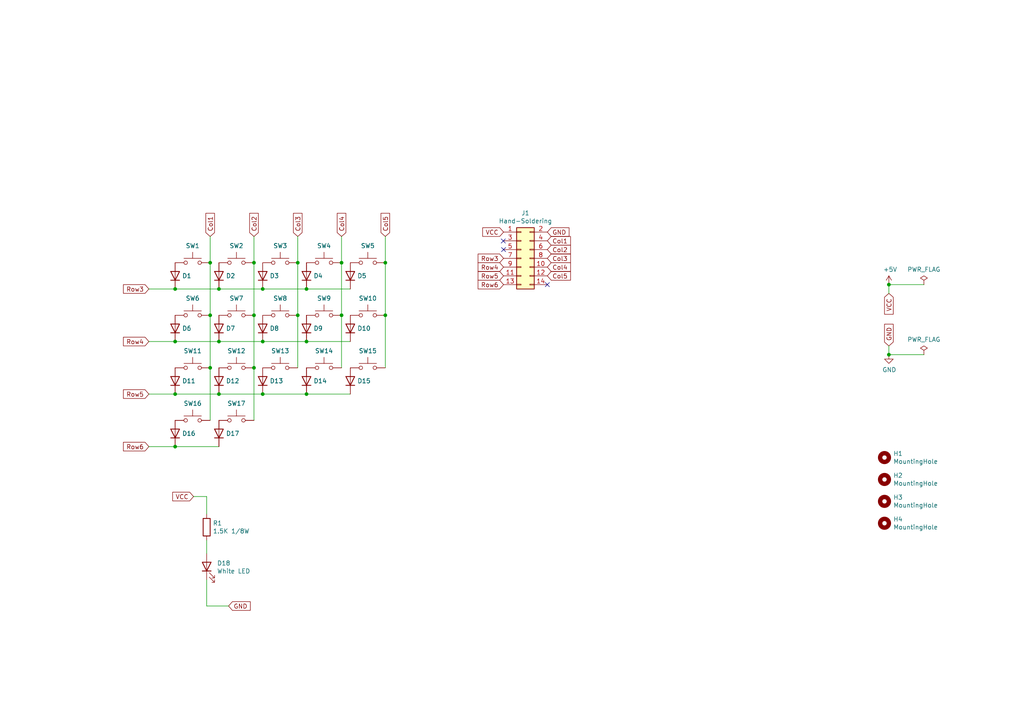
<source format=kicad_sch>
(kicad_sch (version 20211123) (generator eeschema)
  (paper "A4")
  (title_block (title "Pragmatic Input Module") (date "2021-11-20") (rev "v0.2") (company "Designed by James Sa"))
  (lib_symbols
    (symbol "Connector_Generic:Conn_02x07_Odd_Even" (pin_names (offset 1.016) hide)
      (property "Reference" "J" (at 1.27 10.16 0))
      (property "Value" "Conn_02x07_Odd_Even" (at 1.27 -10.16 0))
      (symbol "Conn_02x07_Odd_Even_1_1"
        (rectangle (start -1.27 -7.493) (end 0 -7.747) (stroke (width 0.1524)))
        (rectangle (start -1.27 -4.953) (end 0 -5.207) (stroke (width 0.1524)))
        (rectangle (start -1.27 -2.413) (end 0 -2.667) (stroke (width 0.1524)))
        (rectangle (start -1.27 0.127) (end 0 -0.127) (stroke (width 0.1524)))
        (rectangle (start -1.27 2.667) (end 0 2.413) (stroke (width 0.1524)))
        (rectangle (start -1.27 5.207) (end 0 4.953) (stroke (width 0.1524)))
        (rectangle (start -1.27 7.747) (end 0 7.493) (stroke (width 0.1524)))
        (rectangle (start -1.27 8.89) (end 3.81 -8.89) (stroke (width 0.254)) (fill (type background)))
        (rectangle (start 3.81 -7.493) (end 2.54 -7.747) (stroke (width 0.1524)))
        (rectangle (start 3.81 -4.953) (end 2.54 -5.207) (stroke (width 0.1524)))
        (rectangle (start 3.81 -2.413) (end 2.54 -2.667) (stroke (width 0.1524)))
        (rectangle (start 3.81 0.127) (end 2.54 -0.127) (stroke (width 0.1524)))
        (rectangle (start 3.81 2.667) (end 2.54 2.413) (stroke (width 0.1524)))
        (rectangle (start 3.81 5.207) (end 2.54 4.953) (stroke (width 0.1524)))
        (rectangle (start 3.81 7.747) (end 2.54 7.493) (stroke (width 0.1524)))
        (pin passive line (at -5.08 7.62 0) (length 3.81) (name "Pin_1") (number "1"))
        (pin passive line (at 7.62 -2.54 180) (length 3.81) (name "Pin_10") (number "10"))
        (pin passive line (at -5.08 -5.08 0) (length 3.81) (name "Pin_11") (number "11"))
        (pin passive line (at 7.62 -5.08 180) (length 3.81) (name "Pin_12") (number "12"))
        (pin passive line (at -5.08 -7.62 0) (length 3.81) (name "Pin_13") (number "13"))
        (pin passive line (at 7.62 -7.62 180) (length 3.81) (name "Pin_14") (number "14"))
        (pin passive line (at 7.62 7.62 180) (length 3.81) (name "Pin_2") (number "2"))
        (pin passive line (at -5.08 5.08 0) (length 3.81) (name "Pin_3") (number "3"))
        (pin passive line (at 7.62 5.08 180) (length 3.81) (name "Pin_4") (number "4"))
        (pin passive line (at -5.08 2.54 0) (length 3.81) (name "Pin_5") (number "5"))
        (pin passive line (at 7.62 2.54 180) (length 3.81) (name "Pin_6") (number "6"))
        (pin passive line (at -5.08 0 0) (length 3.81) (name "Pin_7") (number "7"))
        (pin passive line (at 7.62 0 180) (length 3.81) (name "Pin_8") (number "8"))
        (pin passive line (at -5.08 -2.54 0) (length 3.81) (name "Pin_9") (number "9"))
      )
    )
    (symbol "Device:D" (pin_numbers hide) (pin_names (offset 1.016) hide)
      (property "Reference" "D" (at 0 2.54 0))
      (property "Value" "D" (at 0 -2.54 0))
      (symbol "D_0_1"
        (polyline (pts (xy -1.27 1.27) (xy -1.27 -1.27)) (stroke (width 0.254)))
        (polyline (pts (xy 1.27 0) (xy -1.27 0)))
        (polyline (pts (xy 1.27 1.27) (xy 1.27 -1.27) (xy -1.27 0) (xy 1.27 1.27)) (stroke (width 0.254)))
      )
      (symbol "D_1_1"
        (pin passive line (at -3.81 0 0) (length 2.54) (name "K") (number "1"))
        (pin passive line (at 3.81 0 180) (length 2.54) (name "A") (number "2"))
      )
    )
    (symbol "Device:LED" (pin_numbers hide) (pin_names (offset 1.016) hide)
      (property "Reference" "D" (at 0 2.54 0))
      (property "Value" "LED" (at 0 -2.54 0))
      (symbol "LED_0_1"
        (polyline (pts (xy -1.27 -1.27) (xy -1.27 1.27)) (stroke (width 0.254)))
        (polyline (pts (xy -1.27 0) (xy 1.27 0)))
        (polyline (pts (xy 1.27 -1.27) (xy 1.27 1.27) (xy -1.27 0) (xy 1.27 -1.27)) (stroke (width 0.254)))
        (polyline (pts (xy -3.048 -0.762) (xy -4.572 -2.286) (xy -3.81 -2.286) (xy -4.572 -2.286) (xy -4.572 -1.524)))
        (polyline (pts (xy -1.778 -0.762) (xy -3.302 -2.286) (xy -2.54 -2.286) (xy -3.302 -2.286) (xy -3.302 -1.524)))
      )
      (symbol "LED_1_1"
        (pin passive line (at -3.81 0 0) (length 2.54) (name "K") (number "1"))
        (pin passive line (at 3.81 0 180) (length 2.54) (name "A") (number "2"))
      )
    )
    (symbol "Device:R" (pin_numbers hide) (pin_names (offset 0))
      (property "Reference" "R" (at 2.032 0 90))
      (property "Value" "R" (at 0 0 90))
      (symbol "R_0_1"
        (rectangle (start -1.016 -2.54) (end 1.016 2.54) (stroke (width 0.254)))
      )
      (symbol "R_1_1"
        (pin passive line (at 0 3.81 270) (length 1.27) (name "~") (number "1"))
        (pin passive line (at 0 -3.81 90) (length 1.27) (name "~") (number "2"))
      )
    )
    (symbol "Mechanical:MountingHole" (pin_names (offset 1.016))
      (property "Reference" "H" (at 0 5.08 0))
      (property "Value" "MountingHole" (at 0 3.175 0))
      (symbol "MountingHole_0_1"
        (circle (center 0 0) (radius 1.27) (stroke (width 1.27)))
      )
    )
    (symbol "Switch:SW_Push" (pin_numbers hide) (pin_names (offset 1.016) hide)
      (property "Reference" "SW" (at 1.27 2.54 0))
      (property "Value" "SW_Push" (at 0 -1.524 0))
      (symbol "SW_Push_0_1"
        (circle (center -2.032 0) (radius 0.508))
        (polyline (pts (xy 0 1.27) (xy 0 3.048)))
        (polyline (pts (xy 2.54 1.27) (xy -2.54 1.27)))
        (circle (center 2.032 0) (radius 0.508))
        (pin passive line (at -5.08 0 0) (length 2.54) (name "1") (number "1"))
        (pin passive line (at 5.08 0 180) (length 2.54) (name "2") (number "2"))
      )
    )
    (symbol "power:+5V" (power) (pin_names (offset 0))
      (property "Value" "+5V" (at 0 3.556 0))
      (symbol "+5V_0_1"
        (polyline (pts (xy -0.762 1.27) (xy 0 2.54)))
        (polyline (pts (xy 0 0) (xy 0 2.54)))
        (polyline (pts (xy 0 2.54) (xy 0.762 1.27)))
      )
      (symbol "+5V_1_1"
        (pin power_in line (at 0 0 90) (length 0) hide (name "+5V") (number "1"))
      )
    )
    (symbol "power:GND" (power) (pin_names (offset 0))
      (property "Value" "GND" (at 0 -3.81 0))
      (symbol "GND_0_1"
        (polyline (pts (xy 0 0) (xy 0 -1.27) (xy 1.27 -1.27) (xy 0 -2.54) (xy -1.27 -1.27) (xy 0 -1.27)))
      )
      (symbol "GND_1_1"
        (pin power_in line (at 0 0 270) (length 0) hide (name "GND") (number "1"))
      )
    )
    (symbol "power:PWR_FLAG" (power) (pin_numbers hide) (pin_names (offset 0) hide)
      (property "Value" "PWR_FLAG" (at 0 3.81 0))
      (symbol "PWR_FLAG_0_0"
        (pin power_out line (at 0 0 90) (length 0) (name "pwr") (number "1"))
      )
      (symbol "PWR_FLAG_0_1"
        (polyline (pts (xy 0 0) (xy 0 1.27) (xy -1.016 1.905) (xy 0 2.54) (xy 1.016 1.905) (xy 0 1.27)))
      )
    )
  )
  (junction (at 50.8 83.82))
  (junction (at 63.5 114.3))
  (junction (at 86.36 91.44))
  (junction (at 76.2 114.3))
  (junction (at 257.81 102.87))
  (junction (at 257.81 82.55))
  (junction (at 99.06 91.44))
  (junction (at 76.2 83.82))
  (junction (at 73.66 76.2))
  (junction (at 76.2 99.06))
  (junction (at 73.66 91.44))
  (junction (at 88.9 114.3))
  (junction (at 88.9 83.82))
  (junction (at 111.76 76.2))
  (junction (at 50.8 99.06))
  (junction (at 60.96 76.2))
  (junction (at 99.06 76.2))
  (junction (at 50.8 129.54))
  (junction (at 63.5 99.06))
  (junction (at 50.8 114.3))
  (junction (at 73.66 106.68))
  (junction (at 60.96 106.68))
  (junction (at 88.9 99.06))
  (junction (at 60.96 91.44))
  (junction (at 111.76 91.44))
  (junction (at 86.36 76.2))
  (junction (at 63.5 83.82))
  (no_connect (at 146.05 72.39))
  (no_connect (at 158.75 82.55))
  (no_connect (at 145.9738 69.9008))
  (wire (pts (xy 76.2 83.82) (xy 88.9 83.82)))
  (wire (pts (xy 111.76 76.2) (xy 111.76 91.44)))
  (wire (pts (xy 111.76 91.44) (xy 111.76 106.68)))
  (wire (pts (xy 76.2 114.3) (xy 88.9 114.3)))
  (wire (pts (xy 60.96 91.44) (xy 60.96 106.68)))
  (wire (pts (xy 99.06 68.58) (xy 99.06 76.2)))
  (wire (pts (xy 50.8 83.82) (xy 63.5 83.82)))
  (wire (pts (xy 257.81 82.55) (xy 267.97 82.55)))
  (wire (pts (xy 43.18 129.54) (xy 50.8 129.54)))
  (wire (pts (xy 60.96 68.58) (xy 60.96 76.2)))
  (wire (pts (xy 56.134 144.018) (xy 59.944 144.018)))
  (wire (pts (xy 60.96 76.2) (xy 60.96 91.44)))
  (wire (pts (xy 63.5 99.06) (xy 76.2 99.06)))
  (wire (pts (xy 50.8 114.3) (xy 63.5 114.3)))
  (wire (pts (xy 60.96 106.68) (xy 60.96 121.92)))
  (wire (pts (xy 73.66 91.44) (xy 73.66 106.68)))
  (wire (pts (xy 88.9 83.82) (xy 101.6 83.82)))
  (wire (pts (xy 86.36 91.44) (xy 86.36 106.68)))
  (wire (pts (xy 50.8 99.06) (xy 63.5 99.06)))
  (wire (pts (xy 145.9738 69.9008) (xy 146.05 69.85)))
  (wire (pts (xy 86.36 68.58) (xy 86.36 76.2)))
  (wire (pts (xy 257.81 100.33) (xy 257.81 102.87)))
  (wire (pts (xy 88.9 99.06) (xy 101.6 99.06)))
  (wire (pts (xy 59.944 168.148) (xy 59.944 175.768)))
  (wire (pts (xy 88.9 114.3) (xy 101.6 114.3)))
  (wire (pts (xy 43.18 114.3) (xy 50.8 114.3)))
  (wire (pts (xy 99.06 76.2) (xy 99.06 91.44)))
  (wire (pts (xy 99.06 91.44) (xy 99.06 106.68)))
  (wire (pts (xy 50.8 129.54) (xy 63.5 129.54)))
  (wire (pts (xy 111.76 68.58) (xy 111.76 76.2)))
  (wire (pts (xy 86.36 76.2) (xy 86.36 91.44)))
  (wire (pts (xy 76.2 99.06) (xy 88.9 99.06)))
  (wire (pts (xy 63.5 114.3) (xy 76.2 114.3)))
  (wire (pts (xy 59.944 156.718) (xy 59.944 160.528)))
  (wire (pts (xy 63.5 83.82) (xy 76.2 83.82)))
  (wire (pts (xy 257.81 82.55) (xy 257.81 85.09)))
  (wire (pts (xy 267.97 102.87) (xy 257.81 102.87)))
  (wire (pts (xy 59.944 175.768) (xy 66.294 175.768)))
  (wire (pts (xy 73.66 76.2) (xy 73.66 91.44)))
  (wire (pts (xy 43.18 83.82) (xy 50.8 83.82)))
  (wire (pts (xy 73.66 68.58) (xy 73.66 76.2)))
  (wire (pts (xy 73.66 106.68) (xy 73.66 121.92)))
  (wire (pts (xy 59.944 144.018) (xy 59.944 149.098)))
  (wire (pts (xy 43.18 99.06) (xy 50.8 99.06)))
  (global_label "GND" (shape input) (at 257.81 100.33 90) (property "Intersheet References" "${INTERSHEET_REFS}" (effects hide)))
  (global_label "VCC" (shape input) (at 257.81 85.09 270) (property "Intersheet References" "${INTERSHEET_REFS}" (effects hide)))
  (global_label "Row5" (shape input) (at 43.18 114.3 180) (property "Intersheet References" "${INTERSHEET_REFS}" (effects hide)))
  (global_label "Row3" (shape input) (at 146.05 74.93 180) (property "Intersheet References" "${INTERSHEET_REFS}" (effects hide)))
  (global_label "Col1" (shape input) (at 158.75 69.85 0) (property "Intersheet References" "${INTERSHEET_REFS}" (effects hide)))
  (global_label "Row4" (shape input) (at 146.05 77.47 180) (property "Intersheet References" "${INTERSHEET_REFS}" (effects hide)))
  (global_label "Col4" (shape input) (at 158.75 77.47 0) (property "Intersheet References" "${INTERSHEET_REFS}" (effects hide)))
  (global_label "Col2" (shape input) (at 158.75 72.39 0) (property "Intersheet References" "${INTERSHEET_REFS}" (effects hide)))
  (global_label "Row6" (shape input) (at 43.18 129.54 180) (property "Intersheet References" "${INTERSHEET_REFS}" (effects hide)))
  (global_label "Col4" (shape input) (at 99.06 68.58 90) (property "Intersheet References" "${INTERSHEET_REFS}" (effects hide)))
  (global_label "GND" (shape input) (at 158.75 67.31 0) (property "Intersheet References" "${INTERSHEET_REFS}" (effects hide)))
  (global_label "Col2" (shape input) (at 73.66 68.58 90) (property "Intersheet References" "${INTERSHEET_REFS}" (effects hide)))
  (global_label "Col3" (shape input) (at 158.75 74.93 0) (property "Intersheet References" "${INTERSHEET_REFS}" (effects hide)))
  (global_label "Row5" (shape input) (at 146.05 80.01 180) (property "Intersheet References" "${INTERSHEET_REFS}" (effects hide)))
  (global_label "Col1" (shape input) (at 60.96 68.58 90) (property "Intersheet References" "${INTERSHEET_REFS}" (effects hide)))
  (global_label "Row6" (shape input) (at 146.05 82.55 180) (property "Intersheet References" "${INTERSHEET_REFS}" (effects hide)))
  (global_label "GND" (shape input) (at 66.294 175.768 0) (property "Intersheet References" "${INTERSHEET_REFS}" (effects hide)))
  (global_label "VCC" (shape input) (at 146.05 67.31 180) (property "Intersheet References" "${INTERSHEET_REFS}" (effects hide)))
  (global_label "Row3" (shape input) (at 43.18 83.82 180) (property "Intersheet References" "${INTERSHEET_REFS}" (effects hide)))
  (global_label "Col3" (shape input) (at 86.36 68.58 90) (property "Intersheet References" "${INTERSHEET_REFS}" (effects hide)))
  (global_label "Row4" (shape input) (at 43.18 99.06 180) (property "Intersheet References" "${INTERSHEET_REFS}" (effects hide)))
  (global_label "VCC" (shape input) (at 56.134 144.018 180) (property "Intersheet References" "${INTERSHEET_REFS}" (effects hide)))
  (global_label "Col5" (shape input) (at 158.75 80.01 0) (property "Intersheet References" "${INTERSHEET_REFS}" (effects hide)))
  (global_label "Col5" (shape input) (at 111.76 68.58 90) (property "Intersheet References" "${INTERSHEET_REFS}" (effects hide)))
  (symbol (lib_id "power:+5V") (at 257.81 82.55 0) (unit 1)
    (property "Reference" "#PWR01" (effects hide))
    (property "Value" "+5V" (at 258.191 78.1558 0))
  )
  (symbol (lib_id "power:PWR_FLAG") (at 267.97 82.55 0) (unit 1)
    (property "Reference" "#FLG01" (effects hide))
    (property "Value" "PWR_FLAG" (at 267.97 78.1558 0))
  )
  (symbol (lib_id "Device:D") (at 50.8 95.25 90) (unit 1)
    (property "Reference" "D6" (at 52.832 95.25 90) (effects (justify right)))
    (property "Value" "1N4148" (effects hide))
    (property "Footprint" "Keyboard_Foostan:D3_SMD_v2" (effects hide))
    (property "LCSC" "C81598" (effects hide))
  )
  (symbol (lib_id "Switch:SW_Push") (at 55.88 91.44 0) (unit 1)
    (property "Reference" "SW6" (at 55.88 86.5378 0))
    (property "Value" "SW_Push" (effects hide))
    (property "Footprint" "Keyboard_JSA:MX_Hotswap_Choc_Solder" (effects hide))
  )
  (symbol (lib_id "power:PWR_FLAG") (at 267.97 102.87 0) (unit 1)
    (property "Reference" "#FLG02" (effects hide))
    (property "Value" "PWR_FLAG" (at 267.97 98.4758 0))
  )
  (symbol (lib_id "Device:D") (at 50.8 125.73 90) (unit 1)
    (property "Reference" "D16" (at 52.832 125.73 90) (effects (justify right)))
    (property "Value" "1N4148" (effects hide))
    (property "Footprint" "Keyboard_Foostan:D3_SMD_v2" (effects hide))
    (property "LCSC" "C81598" (effects hide))
  )
  (symbol (lib_id "Switch:SW_Push") (at 55.88 121.92 0) (unit 1)
    (property "Reference" "SW16" (at 55.88 117.0178 0))
    (property "Value" "SW_Push" (effects hide))
    (property "Footprint" "Keyboard_JSA:MX_Hotswap_Choc_Solder" (effects hide))
  )
  (symbol (lib_id "Device:D") (at 63.5 95.25 90) (unit 1)
    (property "Reference" "D7" (at 65.532 95.25 90) (effects (justify right)))
    (property "Value" "1N4148" (effects hide))
    (property "Footprint" "Keyboard_Foostan:D3_SMD_v2" (effects hide))
    (property "LCSC" "C81598" (effects hide))
  )
  (symbol (lib_id "Switch:SW_Push") (at 68.58 91.44 0) (unit 1)
    (property "Reference" "SW7" (at 68.58 86.5378 0))
    (property "Value" "SW_Push" (effects hide))
    (property "Footprint" "Keyboard_JSA:MX_Hotswap_Choc_Solder" (effects hide))
  )
  (symbol (lib_id "power:GND") (at 257.81 102.87 0) (unit 1)
    (property "Reference" "#PWR02" (effects hide))
    (property "Value" "GND" (at 257.937 107.2642 0))
  )
  (symbol (lib_id "Device:D") (at 76.2 80.01 90) (unit 1)
    (property "Reference" "D3" (at 78.232 80.01 90) (effects (justify right)))
    (property "Value" "1N4148" (effects hide))
    (property "Footprint" "Keyboard_Foostan:D3_SMD_v2" (effects hide))
    (property "LCSC" "C81598" (effects hide))
  )
  (symbol (lib_id "Switch:SW_Push") (at 81.28 76.2 0) (unit 1)
    (property "Reference" "SW3" (at 81.28 71.2978 0))
    (property "Value" "SW_Push" (effects hide))
    (property "Footprint" "Keyboard_JSA:MX_Hotswap_Choc_Solder" (effects hide))
  )
  (symbol (lib_id "Device:D") (at 88.9 80.01 90) (unit 1)
    (property "Reference" "D4" (at 90.932 80.01 90) (effects (justify right)))
    (property "Value" "1N4148" (effects hide))
    (property "Footprint" "Keyboard_Foostan:D3_SMD_v2" (effects hide))
    (property "LCSC" "C81598" (effects hide))
  )
  (symbol (lib_id "Switch:SW_Push") (at 93.98 76.2 0) (unit 1)
    (property "Reference" "SW4" (at 93.98 71.2978 0))
    (property "Value" "SW_Push" (effects hide))
    (property "Footprint" "Keyboard_JSA:MX_Hotswap_Choc_Solder" (effects hide))
  )
  (symbol (lib_id "Device:D") (at 101.6 80.01 90) (unit 1)
    (property "Reference" "D5" (at 103.632 80.01 90) (effects (justify right)))
    (property "Value" "1N4148" (effects hide))
    (property "Footprint" "Keyboard_Foostan:D3_SMD_v2" (effects hide))
    (property "LCSC" "C81598" (effects hide))
  )
  (symbol (lib_id "Switch:SW_Push") (at 106.68 76.2 0) (unit 1)
    (property "Reference" "SW5" (at 106.68 71.2978 0))
    (property "Value" "SW_Push" (effects hide))
    (property "Footprint" "Keyboard_JSA:MX_Hotswap_Choc_Solder" (effects hide))
  )
  (symbol (lib_id "Device:D") (at 50.8 80.01 90) (unit 1)
    (property "Reference" "D1" (at 52.832 80.01 90) (effects (justify right)))
    (property "Value" "1N4148" (effects hide))
    (property "Footprint" "Keyboard_Foostan:D3_SMD_v2" (effects hide))
    (property "Datasheet" "https://datasheet.lcsc.com/lcsc/1811061725_ST-Semtech-1N4148W_C81598.pdf" (effects hide))
    (property "LCSC" "C81598" (effects hide))
  )
  (symbol (lib_id "Switch:SW_Push") (at 55.88 76.2 0) (unit 1)
    (property "Reference" "SW1" (at 55.88 71.2978 0))
    (property "Value" "SW_Push" (effects hide))
    (property "Footprint" "Keyboard_JSA:MX_Hotswap_Choc_Solder" (effects hide))
  )
  (symbol (lib_id "Device:D") (at 63.5 80.01 90) (unit 1)
    (property "Reference" "D2" (at 65.532 80.01 90) (effects (justify right)))
    (property "Value" "1N4148" (effects hide))
    (property "Footprint" "Keyboard_Foostan:D3_SMD_v2" (effects hide))
    (property "LCSC" "C81598" (effects hide))
  )
  (symbol (lib_id "Switch:SW_Push") (at 68.58 76.2 0) (unit 1)
    (property "Reference" "SW2" (at 68.58 71.2978 0))
    (property "Value" "SW_Push" (effects hide))
    (property "Footprint" "Keyboard_JSA:MX_Hotswap_Choc_Solder" (effects hide))
  )
  (symbol (lib_id "Device:D") (at 76.2 95.25 90) (unit 1)
    (property "Reference" "D8" (at 78.232 95.25 90) (effects (justify right)))
    (property "Value" "1N4148" (effects hide))
    (property "Footprint" "Keyboard_Foostan:D3_SMD_v2" (effects hide))
    (property "LCSC" "C81598" (effects hide))
  )
  (symbol (lib_id "Switch:SW_Push") (at 81.28 91.44 0) (unit 1)
    (property "Reference" "SW8" (at 81.28 86.5378 0))
    (property "Value" "SW_Push" (effects hide))
    (property "Footprint" "Keyboard_JSA:MX_Hotswap_Choc_Solder" (effects hide))
  )
  (symbol (lib_id "Device:D") (at 88.9 95.25 90) (unit 1)
    (property "Reference" "D9" (at 90.932 95.25 90) (effects (justify right)))
    (property "Value" "1N4148" (effects hide))
    (property "Footprint" "Keyboard_Foostan:D3_SMD_v2" (effects hide))
    (property "LCSC" "C81598" (effects hide))
  )
  (symbol (lib_id "Switch:SW_Push") (at 93.98 91.44 0) (unit 1)
    (property "Reference" "SW9" (at 93.98 86.5378 0))
    (property "Value" "SW_Push" (effects hide))
    (property "Footprint" "Keyboard_JSA:MX_Hotswap_Choc_Solder" (effects hide))
  )
  (symbol (lib_id "Device:D") (at 101.6 95.25 90) (unit 1)
    (property "Reference" "D10" (at 103.632 95.25 90) (effects (justify right)))
    (property "Value" "1N4148" (effects hide))
    (property "Footprint" "Keyboard_Foostan:D3_SMD_v2" (effects hide))
    (property "LCSC" "C81598" (effects hide))
  )
  (symbol (lib_id "Switch:SW_Push") (at 106.68 91.44 0) (unit 1)
    (property "Reference" "SW10" (at 106.68 86.5378 0))
    (property "Value" "SW_Push" (effects hide))
    (property "Footprint" "Keyboard_JSA:MX_Hotswap_Choc_Solder" (effects hide))
  )
  (symbol (lib_id "Device:D") (at 63.5 110.49 90) (unit 1)
    (property "Reference" "D12" (at 65.532 110.49 90) (effects (justify right)))
    (property "Value" "1N4148" (effects hide))
    (property "Footprint" "Keyboard_Foostan:D3_SMD_v2" (effects hide))
    (property "LCSC" "C81598" (effects hide))
  )
  (symbol (lib_id "Switch:SW_Push") (at 68.58 106.68 0) (unit 1)
    (property "Reference" "SW12" (at 68.58 101.7778 0))
    (property "Value" "SW_Push" (effects hide))
    (property "Footprint" "Keyboard_JSA:MX_Hotswap_Choc_Solder" (effects hide))
  )
  (symbol (lib_id "Device:D") (at 76.2 110.49 90) (unit 1)
    (property "Reference" "D13" (at 78.232 110.49 90) (effects (justify right)))
    (property "Value" "1N4148" (effects hide))
    (property "Footprint" "Keyboard_Foostan:D3_SMD_v2" (effects hide))
    (property "LCSC" "C81598" (effects hide))
  )
  (symbol (lib_id "Switch:SW_Push") (at 81.28 106.68 0) (unit 1)
    (property "Reference" "SW13" (at 81.28 101.7778 0))
    (property "Value" "SW_Push" (effects hide))
    (property "Footprint" "Keyboard_JSA:MX_Hotswap_Choc_Solder" (effects hide))
  )
  (symbol (lib_id "Device:D") (at 88.9 110.49 90) (unit 1)
    (property "Reference" "D14" (at 90.932 110.49 90) (effects (justify right)))
    (property "Value" "1N4148" (effects hide))
    (property "Footprint" "Keyboard_Foostan:D3_SMD_v2" (effects hide))
    (property "LCSC" "C81598" (effects hide))
  )
  (symbol (lib_id "Switch:SW_Push") (at 93.98 106.68 0) (unit 1)
    (property "Reference" "SW14" (at 93.98 101.7778 0))
    (property "Value" "SW_Push" (effects hide))
    (property "Footprint" "Keyboard_JSA:MX_Hotswap_Choc_Solder" (effects hide))
  )
  (symbol (lib_id "Device:D") (at 101.6 110.49 90) (unit 1)
    (property "Reference" "D15" (at 103.632 110.49 90) (effects (justify right)))
    (property "Value" "1N4148" (effects hide))
    (property "Footprint" "Keyboard_Foostan:D3_SMD_v2" (effects hide))
    (property "LCSC" "C81598" (effects hide))
  )
  (symbol (lib_id "Switch:SW_Push") (at 106.68 106.68 0) (unit 1)
    (property "Reference" "SW15" (at 106.68 101.7778 0))
    (property "Value" "SW_Push" (effects hide))
    (property "Footprint" "Keyboard_JSA:MX_Hotswap_Choc_Solder" (effects hide))
  )
  (symbol (lib_id "Device:D") (at 50.8 110.49 90) (unit 1)
    (property "Reference" "D11" (at 52.832 110.49 90) (effects (justify right)))
    (property "Value" "1N4148" (effects hide))
    (property "Footprint" "Keyboard_Foostan:D3_SMD_v2" (effects hide))
    (property "LCSC" "C81598" (effects hide))
  )
  (symbol (lib_id "Switch:SW_Push") (at 55.88 106.68 0) (unit 1)
    (property "Reference" "SW11" (at 55.88 101.7778 0))
    (property "Value" "SW_Push" (effects hide))
    (property "Footprint" "Keyboard_JSA:MX_Hotswap_Choc_Solder" (effects hide))
  )
  (symbol (lib_id "Device:D") (at 63.5 125.73 90) (unit 1)
    (property "Reference" "D17" (at 65.532 125.73 90) (effects (justify right)))
    (property "Value" "1N4148" (effects hide))
    (property "Footprint" "Keyboard_Foostan:D3_SMD_v2" (effects hide))
    (property "LCSC" "C81598" (effects hide))
  )
  (symbol (lib_id "Switch:SW_Push") (at 68.58 121.92 0) (unit 1)
    (property "Reference" "SW17" (at 68.58 117.0178 0))
    (property "Value" "SW_Push" (effects hide))
    (property "Footprint" "Keyboard_JSA:MX_Hotswap_Choc_Solder" (effects hide))
  )
  (symbol (lib_id "Device:R") (at 59.944 152.908 0) (unit 1)
    (property "Reference" "R1" (at 61.722 151.7396 0) (effects (justify left)))
    (property "Value" "1.5K 1/8W" (at 61.722 154.051 0) (effects (justify left)))
    (property "Footprint" "Resistor_SMD:R_0805_2012Metric_Pad1.20x1.40mm_HandSolder" (effects hide))
    (property "Datasheet" "https://datasheet.lcsc.com/lcsc/1810281220_UNI-ROYAL-Uniroyal-Elec-0805W8F1501T5E_C4310.pdf" (effects hide))
    (property "LCSC" "C4310" (effects hide))
  )
  (symbol (lib_id "Device:LED") (at 59.944 164.338 90) (unit 1)
    (property "Reference" "D18" (at 62.9412 163.3474 90) (effects (justify right)))
    (property "Value" "White LED" (at 62.9412 165.6588 90) (effects (justify right)))
    (property "Footprint" "LED_SMD:LED_0805_2012Metric_Pad1.15x1.40mm_HandSolder" (effects hide))
    (property "Datasheet" "https://datasheet.lcsc.com/lcsc/1912111437_Yongyu-Photoelectric-SZYY0805W_C434434.pdf" (effects hide))
    (property "LCSC" "C434434" (effects hide))
  )
  (symbol (lib_id "Connector_Generic:Conn_02x07_Odd_Even") (at 151.13 74.93 0) (unit 1)
    (property "Reference" "J1" (at 152.4 61.7982 0))
    (property "Value" "Hand-Soldering" (at 152.4 64.1096 0))
    (property "Footprint" "Connector_IDC:IDC-Header_2x07_P2.54mm_Vertical" (effects hide))
    (property "LCSC" "C3406" (effects hide))
  )
  (symbol (lib_id "Mechanical:MountingHole") (at 256.54 132.715 0) (unit 1)
    (property "Reference" "H1" (at 259.08 131.5466 0) (effects (justify left)))
    (property "Value" "MountingHole" (at 259.08 133.858 0) (effects (justify left)))
    (property "Footprint" "MountingHole:MountingHole_2.5mm" (effects hide))
  )
  (symbol (lib_id "Mechanical:MountingHole") (at 256.54 139.065 0) (unit 1)
    (property "Reference" "H2" (at 259.08 137.8966 0) (effects (justify left)))
    (property "Value" "MountingHole" (at 259.08 140.208 0) (effects (justify left)))
    (property "Footprint" "MountingHole:MountingHole_2.5mm" (effects hide))
  )
  (symbol (lib_id "Mechanical:MountingHole") (at 256.54 145.415 0) (unit 1)
    (property "Reference" "H3" (at 259.08 144.2466 0) (effects (justify left)))
    (property "Value" "MountingHole" (at 259.08 146.558 0) (effects (justify left)))
    (property "Footprint" "MountingHole:MountingHole_2.5mm" (effects hide))
  )
  (symbol (lib_id "Mechanical:MountingHole") (at 256.54 151.765 0) (unit 1)
    (property "Reference" "H4" (at 259.08 150.5966 0) (effects (justify left)))
    (property "Value" "MountingHole" (at 259.08 152.908 0) (effects (justify left)))
    (property "Footprint" "MountingHole:MountingHole_2.5mm" (effects hide))
  )
)
</source>
